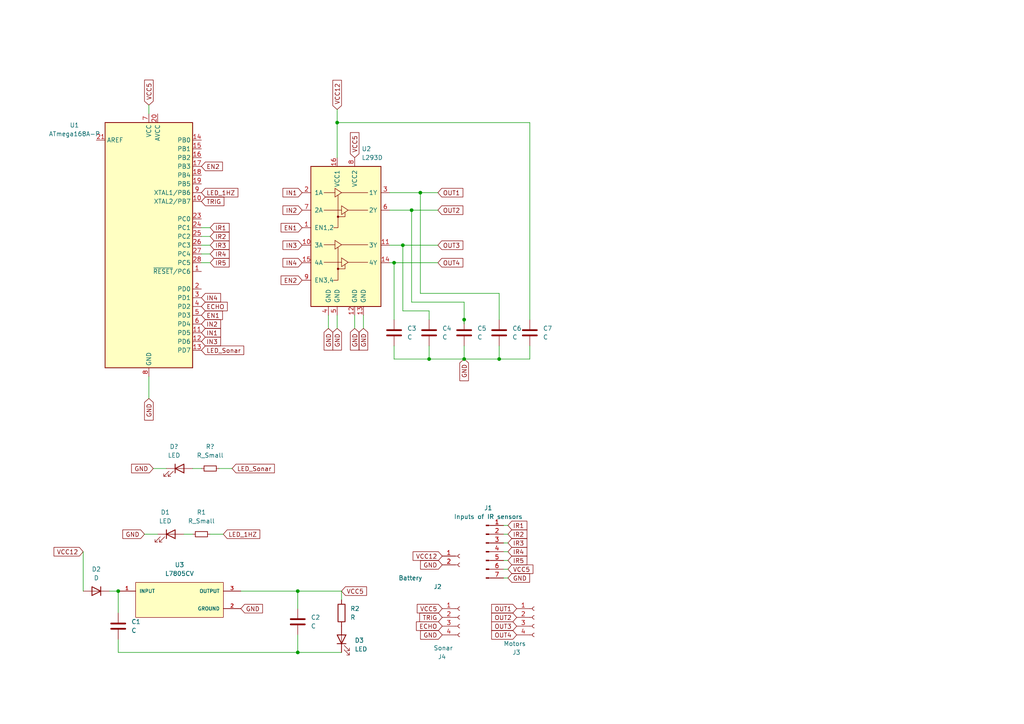
<source format=kicad_sch>
(kicad_sch (version 20211123) (generator eeschema)
  (paper "A4")
  (title_block (title "AGV_LineFollower") (date "22/01/2022") (company "ISEP/IPP") (comment 1 "LABSI 2022 Project") (comment 2 "Álvaro Lopes-Cardoso") (comment 3 "Fabien Lefebvre"))
  (lib_symbols
    (symbol "Connector:Conn_01x02_Female" (pin_names (offset 1.016) hide)
      (property "Reference" "J" (at 0 2.54 0))
      (property "Value" "Conn_01x02_Female" (at 0 -5.08 0))
      (symbol "Conn_01x02_Female_1_1"
        (arc (start 0 -2.032) (mid -0.508 -2.54) (end 0 -3.048) (stroke (width 0.1524)))
        (polyline (pts (xy -1.27 -2.54) (xy -0.508 -2.54)) (stroke (width 0.1524)))
        (polyline (pts (xy -1.27 0) (xy -0.508 0)) (stroke (width 0.1524)))
        (arc (start 0 0.508) (mid -0.508 0) (end 0 -0.508) (stroke (width 0.1524)))
        (pin passive line (at -5.08 0 0) (length 3.81) (name "Pin_1") (number "1"))
        (pin passive line (at -5.08 -2.54 0) (length 3.81) (name "Pin_2") (number "2"))
      )
    )
    (symbol "Connector:Conn_01x04_Female" (pin_names (offset 1.016) hide)
      (property "Reference" "J" (at 0 5.08 0))
      (property "Value" "Conn_01x04_Female" (at 0 -7.62 0))
      (symbol "Conn_01x04_Female_1_1"
        (arc (start 0 -4.572) (mid -0.508 -5.08) (end 0 -5.588) (stroke (width 0.1524)))
        (arc (start 0 -2.032) (mid -0.508 -2.54) (end 0 -3.048) (stroke (width 0.1524)))
        (polyline (pts (xy -1.27 -5.08) (xy -0.508 -5.08)) (stroke (width 0.1524)))
        (polyline (pts (xy -1.27 -2.54) (xy -0.508 -2.54)) (stroke (width 0.1524)))
        (polyline (pts (xy -1.27 0) (xy -0.508 0)) (stroke (width 0.1524)))
        (polyline (pts (xy -1.27 2.54) (xy -0.508 2.54)) (stroke (width 0.1524)))
        (arc (start 0 0.508) (mid -0.508 0) (end 0 -0.508) (stroke (width 0.1524)))
        (arc (start 0 3.048) (mid -0.508 2.54) (end 0 2.032) (stroke (width 0.1524)))
        (pin passive line (at -5.08 2.54 0) (length 3.81) (name "Pin_1") (number "1"))
        (pin passive line (at -5.08 0 0) (length 3.81) (name "Pin_2") (number "2"))
        (pin passive line (at -5.08 -2.54 0) (length 3.81) (name "Pin_3") (number "3"))
        (pin passive line (at -5.08 -5.08 0) (length 3.81) (name "Pin_4") (number "4"))
      )
    )
    (symbol "Connector:Conn_01x07_Male" (pin_names (offset 1.016) hide)
      (property "Reference" "J" (at 0 10.16 0))
      (property "Value" "Conn_01x07_Male" (at 0 -10.16 0))
      (symbol "Conn_01x07_Male_1_1"
        (polyline (pts (xy 1.27 -7.62) (xy 0.8636 -7.62)) (stroke (width 0.1524)))
        (polyline (pts (xy 1.27 -5.08) (xy 0.8636 -5.08)) (stroke (width 0.1524)))
        (polyline (pts (xy 1.27 -2.54) (xy 0.8636 -2.54)) (stroke (width 0.1524)))
        (polyline (pts (xy 1.27 0) (xy 0.8636 0)) (stroke (width 0.1524)))
        (polyline (pts (xy 1.27 2.54) (xy 0.8636 2.54)) (stroke (width 0.1524)))
        (polyline (pts (xy 1.27 5.08) (xy 0.8636 5.08)) (stroke (width 0.1524)))
        (polyline (pts (xy 1.27 7.62) (xy 0.8636 7.62)) (stroke (width 0.1524)))
        (rectangle (start 0.8636 -7.493) (end 0 -7.747) (stroke (width 0.1524)) (fill (type outline)))
        (rectangle (start 0.8636 -4.953) (end 0 -5.207) (stroke (width 0.1524)) (fill (type outline)))
        (rectangle (start 0.8636 -2.413) (end 0 -2.667) (stroke (width 0.1524)) (fill (type outline)))
        (rectangle (start 0.8636 0.127) (end 0 -0.127) (stroke (width 0.1524)) (fill (type outline)))
        (rectangle (start 0.8636 2.667) (end 0 2.413) (stroke (width 0.1524)) (fill (type outline)))
        (rectangle (start 0.8636 5.207) (end 0 4.953) (stroke (width 0.1524)) (fill (type outline)))
        (rectangle (start 0.8636 7.747) (end 0 7.493) (stroke (width 0.1524)) (fill (type outline)))
        (pin passive line (at 5.08 7.62 180) (length 3.81) (name "Pin_1") (number "1"))
        (pin passive line (at 5.08 5.08 180) (length 3.81) (name "Pin_2") (number "2"))
        (pin passive line (at 5.08 2.54 180) (length 3.81) (name "Pin_3") (number "3"))
        (pin passive line (at 5.08 0 180) (length 3.81) (name "Pin_4") (number "4"))
        (pin passive line (at 5.08 -2.54 180) (length 3.81) (name "Pin_5") (number "5"))
        (pin passive line (at 5.08 -5.08 180) (length 3.81) (name "Pin_6") (number "6"))
        (pin passive line (at 5.08 -7.62 180) (length 3.81) (name "Pin_7") (number "7"))
      )
    )
    (symbol "Device:C" (pin_numbers hide) (pin_names (offset 0.254))
      (property "Reference" "C" (at 0.635 2.54 0))
      (property "Value" "C" (at 0.635 -2.54 0))
      (symbol "C_0_1"
        (polyline (pts (xy -2.032 -0.762) (xy 2.032 -0.762)) (stroke (width 0.508)))
        (polyline (pts (xy -2.032 0.762) (xy 2.032 0.762)) (stroke (width 0.508)))
      )
      (symbol "C_1_1"
        (pin passive line (at 0 3.81 270) (length 2.794) (name "~") (number "1"))
        (pin passive line (at 0 -3.81 90) (length 2.794) (name "~") (number "2"))
      )
    )
    (symbol "Device:D" (pin_numbers hide) (pin_names (offset 1.016) hide)
      (property "Reference" "D" (at 0 2.54 0))
      (property "Value" "D" (at 0 -2.54 0))
      (symbol "D_0_1"
        (polyline (pts (xy -1.27 1.27) (xy -1.27 -1.27)) (stroke (width 0.254)))
        (polyline (pts (xy 1.27 0) (xy -1.27 0)))
        (polyline (pts (xy 1.27 1.27) (xy 1.27 -1.27) (xy -1.27 0) (xy 1.27 1.27)) (stroke (width 0.254)))
      )
      (symbol "D_1_1"
        (pin passive line (at -3.81 0 0) (length 2.54) (name "K") (number "1"))
        (pin passive line (at 3.81 0 180) (length 2.54) (name "A") (number "2"))
      )
    )
    (symbol "Device:LED" (pin_numbers hide) (pin_names (offset 1.016) hide)
      (property "Reference" "D" (at 0 2.54 0))
      (property "Value" "LED" (at 0 -2.54 0))
      (symbol "LED_0_1"
        (polyline (pts (xy -1.27 -1.27) (xy -1.27 1.27)) (stroke (width 0.254)))
        (polyline (pts (xy -1.27 0) (xy 1.27 0)))
        (polyline (pts (xy 1.27 -1.27) (xy 1.27 1.27) (xy -1.27 0) (xy 1.27 -1.27)) (stroke (width 0.254)))
        (polyline (pts (xy -3.048 -0.762) (xy -4.572 -2.286) (xy -3.81 -2.286) (xy -4.572 -2.286) (xy -4.572 -1.524)))
        (polyline (pts (xy -1.778 -0.762) (xy -3.302 -2.286) (xy -2.54 -2.286) (xy -3.302 -2.286) (xy -3.302 -1.524)))
      )
      (symbol "LED_1_1"
        (pin passive line (at -3.81 0 0) (length 2.54) (name "K") (number "1"))
        (pin passive line (at 3.81 0 180) (length 2.54) (name "A") (number "2"))
      )
    )
    (symbol "Device:R" (pin_numbers hide) (pin_names (offset 0))
      (property "Reference" "R" (at 2.032 0 90))
      (property "Value" "R" (at 0 0 90))
      (symbol "R_0_1"
        (rectangle (start -1.016 -2.54) (end 1.016 2.54) (stroke (width 0.254)))
      )
      (symbol "R_1_1"
        (pin passive line (at 0 3.81 270) (length 1.27) (name "~") (number "1"))
        (pin passive line (at 0 -3.81 90) (length 1.27) (name "~") (number "2"))
      )
    )
    (symbol "Device:R_Small" (pin_numbers hide) (pin_names (offset 0.254) hide)
      (property "Reference" "R" (at 0.762 0.508 0))
      (property "Value" "R_Small" (at 0.762 -1.016 0))
      (symbol "R_Small_0_1"
        (rectangle (start -0.762 1.778) (end 0.762 -1.778) (stroke (width 0.2032)))
      )
      (symbol "R_Small_1_1"
        (pin passive line (at 0 2.54 270) (length 0.762) (name "~") (number "1"))
        (pin passive line (at 0 -2.54 90) (length 0.762) (name "~") (number "2"))
      )
    )
    (symbol "Driver_Motor:L293D" (pin_names (offset 1.016))
      (property "Reference" "U" (at -5.08 26.035 0))
      (property "Value" "L293D" (at -5.08 24.13 0))
      (symbol "L293D_0_1"
        (rectangle (start -10.16 22.86) (end 10.16 -17.78) (stroke (width 0.254)) (fill (type background)))
        (circle (center -2.286 -6.858) (radius 0.254) (fill (type outline)))
        (circle (center -2.286 8.255) (radius 0.254) (fill (type outline)))
        (polyline (pts (xy -6.35 -4.953) (xy -1.27 -4.953)))
        (polyline (pts (xy -6.35 0.127) (xy -3.175 0.127)))
        (polyline (pts (xy -6.35 10.16) (xy -1.27 10.16)))
        (polyline (pts (xy -6.35 15.24) (xy -3.175 15.24)))
        (polyline (pts (xy -1.27 0.127) (xy 6.35 0.127)))
        (polyline (pts (xy -1.27 15.24) (xy 6.35 15.24)))
        (polyline (pts (xy 0.635 -4.953) (xy 6.35 -4.953)))
        (polyline (pts (xy 0.635 10.16) (xy 6.35 10.16)))
        (polyline (pts (xy -2.286 -6.858) (xy -0.254 -6.858) (xy -0.254 -5.588)))
        (polyline (pts (xy -2.286 -0.635) (xy -2.286 -10.16) (xy -3.556 -10.16)))
        (polyline (pts (xy -2.286 8.255) (xy -0.254 8.255) (xy -0.254 9.525)))
        (polyline (pts (xy -2.286 14.478) (xy -2.286 5.08) (xy -3.556 5.08)))
        (polyline (pts (xy -3.175 1.397) (xy -3.175 -1.143) (xy -1.27 0.127) (xy -3.175 1.397)))
        (polyline (pts (xy -3.175 16.51) (xy -3.175 13.97) (xy -1.27 15.24) (xy -3.175 16.51)))
        (polyline (pts (xy -1.27 -3.683) (xy -1.27 -6.223) (xy 0.635 -4.953) (xy -1.27 -3.683)))
        (polyline (pts (xy -1.27 11.43) (xy -1.27 8.89) (xy 0.635 10.16) (xy -1.27 11.43)))
      )
      (symbol "L293D_1_1"
        (pin input line (at -12.7 5.08 0) (length 2.54) (name "EN1,2") (number "1"))
        (pin input line (at -12.7 0 0) (length 2.54) (name "3A") (number "10"))
        (pin output line (at 12.7 0 180) (length 2.54) (name "3Y") (number "11"))
        (pin power_in line (at 2.54 -20.32 90) (length 2.54) (name "GND") (number "12"))
        (pin power_in line (at 5.08 -20.32 90) (length 2.54) (name "GND") (number "13"))
        (pin output line (at 12.7 -5.08 180) (length 2.54) (name "4Y") (number "14"))
        (pin input line (at -12.7 -5.08 0) (length 2.54) (name "4A") (number "15"))
        (pin power_in line (at -2.54 25.4 270) (length 2.54) (name "VCC1") (number "16"))
        (pin input line (at -12.7 15.24 0) (length 2.54) (name "1A") (number "2"))
        (pin output line (at 12.7 15.24 180) (length 2.54) (name "1Y") (number "3"))
        (pin power_in line (at -5.08 -20.32 90) (length 2.54) (name "GND") (number "4"))
        (pin power_in line (at -2.54 -20.32 90) (length 2.54) (name "GND") (number "5"))
        (pin output line (at 12.7 10.16 180) (length 2.54) (name "2Y") (number "6"))
        (pin input line (at -12.7 10.16 0) (length 2.54) (name "2A") (number "7"))
        (pin power_in line (at 2.54 25.4 270) (length 2.54) (name "VCC2") (number "8"))
        (pin input line (at -12.7 -10.16 0) (length 2.54) (name "EN3,4") (number "9"))
      )
    )
    (symbol "L7805CV:L7805CV" (pin_names (offset 1.016))
      (property "Reference" "U" (at -12.7 5.842 0))
      (property "Value" "L7805CV" (at -12.7 -7.62 0))
      (symbol "L7805CV_0_0"
        (rectangle (start -12.7 -5.08) (end 12.7 5.08) (stroke (width 0.1524)) (fill (type background)))
        (pin input line (at -17.78 2.54 0) (length 5.08) (name "INPUT") (number "1"))
        (pin power_in line (at 17.78 -2.54 180) (length 5.08) (name "GROUND") (number "2"))
        (pin output line (at 17.78 2.54 180) (length 5.08) (name "OUTPUT") (number "3"))
      )
    )
    (symbol "MCU_Microchip_ATmega:ATmega168A-P"
      (property "Reference" "U" (at -12.7 36.83 0))
      (property "Value" "ATmega168A-P" (at 2.54 -36.83 0))
      (symbol "ATmega168A-P_0_1"
        (rectangle (start -12.7 -35.56) (end 12.7 35.56) (stroke (width 0.254)) (fill (type background)))
      )
      (symbol "ATmega168A-P_1_1"
        (pin bidirectional line (at 15.24 -7.62 180) (length 2.54) (name "~{RESET}/PC6") (number "1"))
        (pin bidirectional line (at 15.24 12.7 180) (length 2.54) (name "XTAL2/PB7") (number "10"))
        (pin bidirectional line (at 15.24 -25.4 180) (length 2.54) (name "PD5") (number "11"))
        (pin bidirectional line (at 15.24 -27.94 180) (length 2.54) (name "PD6") (number "12"))
        (pin bidirectional line (at 15.24 -30.48 180) (length 2.54) (name "PD7") (number "13"))
        (pin bidirectional line (at 15.24 30.48 180) (length 2.54) (name "PB0") (number "14"))
        (pin bidirectional line (at 15.24 27.94 180) (length 2.54) (name "PB1") (number "15"))
        (pin bidirectional line (at 15.24 25.4 180) (length 2.54) (name "PB2") (number "16"))
        (pin bidirectional line (at 15.24 22.86 180) (length 2.54) (name "PB3") (number "17"))
        (pin bidirectional line (at 15.24 20.32 180) (length 2.54) (name "PB4") (number "18"))
        (pin bidirectional line (at 15.24 17.78 180) (length 2.54) (name "PB5") (number "19"))
        (pin bidirectional line (at 15.24 -12.7 180) (length 2.54) (name "PD0") (number "2"))
        (pin power_in line (at 2.54 38.1 270) (length 2.54) (name "AVCC") (number "20"))
        (pin passive line (at -15.24 30.48 0) (length 2.54) (name "AREF") (number "21"))
        (pin passive line (at 0 -38.1 90) (length 2.54) hide (name "GND") (number "22"))
        (pin bidirectional line (at 15.24 7.62 180) (length 2.54) (name "PC0") (number "23"))
        (pin bidirectional line (at 15.24 5.08 180) (length 2.54) (name "PC1") (number "24"))
        (pin bidirectional line (at 15.24 2.54 180) (length 2.54) (name "PC2") (number "25"))
        (pin bidirectional line (at 15.24 0 180) (length 2.54) (name "PC3") (number "26"))
        (pin bidirectional line (at 15.24 -2.54 180) (length 2.54) (name "PC4") (number "27"))
        (pin bidirectional line (at 15.24 -5.08 180) (length 2.54) (name "PC5") (number "28"))
        (pin bidirectional line (at 15.24 -15.24 180) (length 2.54) (name "PD1") (number "3"))
        (pin bidirectional line (at 15.24 -17.78 180) (length 2.54) (name "PD2") (number "4"))
        (pin bidirectional line (at 15.24 -20.32 180) (length 2.54) (name "PD3") (number "5"))
        (pin bidirectional line (at 15.24 -22.86 180) (length 2.54) (name "PD4") (number "6"))
        (pin power_in line (at 0 38.1 270) (length 2.54) (name "VCC") (number "7"))
        (pin power_in line (at 0 -38.1 90) (length 2.54) (name "GND") (number "8"))
        (pin bidirectional line (at 15.24 15.24 180) (length 2.54) (name "XTAL1/PB6") (number "9"))
      )
    )
  )
  (junction (at 144.78 104.14))
  (junction (at 114.3 76.2))
  (junction (at 121.92 55.88))
  (junction (at 97.79 35.56))
  (junction (at 124.46 104.14))
  (junction (at 34.29 171.45))
  (junction (at 86.36 189.23))
  (junction (at 119.38 60.96))
  (junction (at 134.62 92.71))
  (junction (at 116.84 71.12))
  (junction (at 86.36 171.45))
  (junction (at 134.62 104.14))
  (wire (pts (xy 144.78 100.33) (xy 144.78 104.14)))
  (wire (pts (xy 116.84 71.12) (xy 116.84 90.17)))
  (wire (pts (xy 144.78 104.14) (xy 153.67 104.14)))
  (wire (pts (xy 147.32 154.94) (xy 146.05 154.94)))
  (wire (pts (xy 121.92 85.09) (xy 121.92 55.88)))
  (wire (pts (xy 60.96 154.94) (xy 64.77 154.94)))
  (wire (pts (xy 114.3 76.2) (xy 127 76.2)))
  (wire (pts (xy 127 60.96) (xy 119.38 60.96)))
  (wire (pts (xy 147.32 160.02) (xy 146.05 160.02)))
  (wire (pts (xy 34.29 189.23) (xy 86.36 189.23)))
  (wire (pts (xy 34.29 189.23) (xy 34.29 185.42)))
  (wire (pts (xy 116.84 71.12) (xy 113.03 71.12)))
  (wire (pts (xy 55.88 135.89) (xy 58.42 135.89)))
  (wire (pts (xy 97.79 91.44) (xy 97.79 95.25)))
  (wire (pts (xy 60.96 73.66) (xy 58.42 73.66)))
  (wire (pts (xy 97.79 31.75) (xy 97.79 35.56)))
  (wire (pts (xy 134.62 92.71) (xy 134.62 87.63)))
  (wire (pts (xy 127 55.88) (xy 121.92 55.88)))
  (wire (pts (xy 144.78 92.71) (xy 144.78 85.09)))
  (wire (pts (xy 99.06 173.99) (xy 99.06 171.45)))
  (wire (pts (xy 134.62 100.33) (xy 134.62 104.14)))
  (wire (pts (xy 86.36 176.53) (xy 86.36 171.45)))
  (wire (pts (xy 153.67 92.71) (xy 153.67 35.56)))
  (wire (pts (xy 147.32 165.1) (xy 146.05 165.1)))
  (wire (pts (xy 121.92 55.88) (xy 113.03 55.88)))
  (wire (pts (xy 97.79 35.56) (xy 97.79 45.72)))
  (wire (pts (xy 24.13 160.02) (xy 24.13 171.45)))
  (wire (pts (xy 114.3 92.71) (xy 114.3 76.2)))
  (wire (pts (xy 147.32 152.4) (xy 146.05 152.4)))
  (wire (pts (xy 127 71.12) (xy 116.84 71.12)))
  (wire (pts (xy 95.25 91.44) (xy 95.25 95.25)))
  (wire (pts (xy 53.34 154.94) (xy 55.88 154.94)))
  (wire (pts (xy 44.45 135.89) (xy 48.26 135.89)))
  (wire (pts (xy 114.3 104.14) (xy 124.46 104.14)))
  (wire (pts (xy 113.03 76.2) (xy 114.3 76.2)))
  (wire (pts (xy 124.46 100.33) (xy 124.46 104.14)))
  (wire (pts (xy 43.18 109.22) (xy 43.18 115.57)))
  (wire (pts (xy 153.67 35.56) (xy 97.79 35.56)))
  (wire (pts (xy 124.46 104.14) (xy 134.62 104.14)))
  (wire (pts (xy 134.62 93.98) (xy 134.62 92.71)))
  (wire (pts (xy 41.91 154.94) (xy 45.72 154.94)))
  (wire (pts (xy 147.32 157.48) (xy 146.05 157.48)))
  (wire (pts (xy 134.62 104.14) (xy 144.78 104.14)))
  (wire (pts (xy 144.78 85.09) (xy 121.92 85.09)))
  (wire (pts (xy 105.41 95.25) (xy 105.41 91.44)))
  (wire (pts (xy 63.5 135.89) (xy 67.31 135.89)))
  (wire (pts (xy 99.06 189.23) (xy 86.36 189.23)))
  (wire (pts (xy 60.96 71.12) (xy 58.42 71.12)))
  (wire (pts (xy 43.18 33.02) (xy 43.18 30.48)))
  (wire (pts (xy 114.3 100.33) (xy 114.3 104.14)))
  (wire (pts (xy 119.38 87.63) (xy 119.38 60.96)))
  (wire (pts (xy 153.67 104.14) (xy 153.67 100.33)))
  (wire (pts (xy 102.87 91.44) (xy 102.87 95.25)))
  (wire (pts (xy 124.46 92.71) (xy 124.46 90.17)))
  (wire (pts (xy 99.06 171.45) (xy 86.36 171.45)))
  (wire (pts (xy 86.36 184.15) (xy 86.36 189.23)))
  (wire (pts (xy 147.32 167.64) (xy 146.05 167.64)))
  (wire (pts (xy 124.46 90.17) (xy 116.84 90.17)))
  (wire (pts (xy 34.29 171.45) (xy 34.29 177.8)))
  (wire (pts (xy 69.85 171.45) (xy 86.36 171.45)))
  (wire (pts (xy 60.96 76.2) (xy 58.42 76.2)))
  (wire (pts (xy 60.96 68.58) (xy 58.42 68.58)))
  (wire (pts (xy 60.96 66.04) (xy 58.42 66.04)))
  (wire (pts (xy 119.38 60.96) (xy 113.03 60.96)))
  (wire (pts (xy 147.32 162.56) (xy 146.05 162.56)))
  (wire (pts (xy 134.62 87.63) (xy 119.38 87.63)))
  (wire (pts (xy 31.75 171.45) (xy 34.29 171.45)))
  (global_label "IR2" (shape input) (at 60.96 68.58 0) (property "Intersheet References" "${INTERSHEET_REFS}" (effects hide)))
  (global_label "ECHO" (shape input) (at 58.42 88.9 0) (property "Intersheet References" "${INTERSHEET_REFS}" (effects hide)))
  (global_label "ECHO" (shape input) (at 128.27 181.61 180) (property "Intersheet References" "${INTERSHEET_REFS}" (effects hide)))
  (global_label "EN1" (shape input) (at 87.63 66.04 180) (property "Intersheet References" "${INTERSHEET_REFS}" (effects hide)))
  (global_label "IR4" (shape input) (at 147.32 160.02 0) (property "Intersheet References" "${INTERSHEET_REFS}" (effects hide)))
  (global_label "OUT2" (shape input) (at 149.86 179.07 180) (property "Intersheet References" "${INTERSHEET_REFS}" (effects hide)))
  (global_label "IR1" (shape input) (at 60.96 66.04 0) (property "Intersheet References" "${INTERSHEET_REFS}" (effects hide)))
  (global_label "GND" (shape input) (at 95.25 95.25 270) (property "Intersheet References" "${INTERSHEET_REFS}" (effects hide)))
  (global_label "OUT1" (shape input) (at 127 55.88 0) (property "Intersheet References" "${INTERSHEET_REFS}" (effects hide)))
  (global_label "IN2" (shape input) (at 87.63 60.96 180) (property "Intersheet References" "${INTERSHEET_REFS}" (effects hide)))
  (global_label "VCC5" (shape input) (at 43.18 30.48 90) (property "Intersheet References" "${INTERSHEET_REFS}" (effects hide)))
  (global_label "VCC5" (shape input) (at 147.32 165.1 0) (property "Intersheet References" "${INTERSHEET_REFS}" (effects hide)))
  (global_label "GND" (shape input) (at 44.45 135.89 180) (property "Intersheet References" "${INTERSHEET_REFS}" (effects hide)))
  (global_label "EN1" (shape input) (at 58.42 91.44 0) (property "Intersheet References" "${INTERSHEET_REFS}" (effects hide)))
  (global_label "TRIG" (shape input) (at 128.27 179.07 180) (property "Intersheet References" "${INTERSHEET_REFS}" (effects hide)))
  (global_label "VCC12" (shape input) (at 24.13 160.02 180) (property "Intersheet References" "${INTERSHEET_REFS}" (effects hide)))
  (global_label "VCC12" (shape input) (at 128.27 161.29 180) (property "Intersheet References" "${INTERSHEET_REFS}" (effects hide)))
  (global_label "IN1" (shape input) (at 87.63 55.88 180) (property "Intersheet References" "${INTERSHEET_REFS}" (effects hide)))
  (global_label "LED_Sonar" (shape input) (at 67.31 135.89 0) (property "Intersheet References" "${INTERSHEET_REFS}" (effects hide)))
  (global_label "GND" (shape input) (at 134.62 104.14 270) (property "Intersheet References" "${INTERSHEET_REFS}" (effects hide)))
  (global_label "IN4" (shape input) (at 87.63 76.2 180) (property "Intersheet References" "${INTERSHEET_REFS}" (effects hide)))
  (global_label "IN1" (shape input) (at 58.42 96.52 0) (property "Intersheet References" "${INTERSHEET_REFS}" (effects hide)))
  (global_label "OUT3" (shape input) (at 127 71.12 0) (property "Intersheet References" "${INTERSHEET_REFS}" (effects hide)))
  (global_label "GND" (shape input) (at 147.32 167.64 0) (property "Intersheet References" "${INTERSHEET_REFS}" (effects hide)))
  (global_label "IR1" (shape input) (at 147.32 152.4 0) (property "Intersheet References" "${INTERSHEET_REFS}" (effects hide)))
  (global_label "VCC12" (shape input) (at 97.79 31.75 90) (property "Intersheet References" "${INTERSHEET_REFS}" (effects hide)))
  (global_label "IR2" (shape input) (at 147.32 154.94 0) (property "Intersheet References" "${INTERSHEET_REFS}" (effects hide)))
  (global_label "OUT3" (shape input) (at 149.86 181.61 180) (property "Intersheet References" "${INTERSHEET_REFS}" (effects hide)))
  (global_label "IN3" (shape input) (at 87.63 71.12 180) (property "Intersheet References" "${INTERSHEET_REFS}" (effects hide)))
  (global_label "LED_1HZ" (shape input) (at 64.77 154.94 0) (property "Intersheet References" "${INTERSHEET_REFS}" (effects hide)))
  (global_label "OUT4" (shape input) (at 149.86 184.15 180) (property "Intersheet References" "${INTERSHEET_REFS}" (effects hide)))
  (global_label "GND" (shape input) (at 97.79 95.25 270) (property "Intersheet References" "${INTERSHEET_REFS}" (effects hide)))
  (global_label "IR3" (shape input) (at 60.96 71.12 0) (property "Intersheet References" "${INTERSHEET_REFS}" (effects hide)))
  (global_label "TRIG" (shape input) (at 58.42 58.42 0) (property "Intersheet References" "${INTERSHEET_REFS}" (effects hide)))
  (global_label "GND" (shape input) (at 128.27 184.15 180) (property "Intersheet References" "${INTERSHEET_REFS}" (effects hide)))
  (global_label "IR5" (shape input) (at 147.32 162.56 0) (property "Intersheet References" "${INTERSHEET_REFS}" (effects hide)))
  (global_label "VCC5" (shape input) (at 102.87 45.72 90) (property "Intersheet References" "${INTERSHEET_REFS}" (effects hide)))
  (global_label "EN2" (shape input) (at 58.42 48.26 0) (property "Intersheet References" "${INTERSHEET_REFS}" (effects hide)))
  (global_label "IN3" (shape input) (at 58.42 99.06 0) (property "Intersheet References" "${INTERSHEET_REFS}" (effects hide)))
  (global_label "LED_1HZ" (shape input) (at 58.42 55.88 0) (property "Intersheet References" "${INTERSHEET_REFS}" (effects hide)))
  (global_label "OUT4" (shape input) (at 127 76.2 0) (property "Intersheet References" "${INTERSHEET_REFS}" (effects hide)))
  (global_label "IR4" (shape input) (at 60.96 73.66 0) (property "Intersheet References" "${INTERSHEET_REFS}" (effects hide)))
  (global_label "EN2" (shape input) (at 87.63 81.28 180) (property "Intersheet References" "${INTERSHEET_REFS}" (effects hide)))
  (global_label "GND" (shape input) (at 43.18 115.57 270) (property "Intersheet References" "${INTERSHEET_REFS}" (effects hide)))
  (global_label "OUT2" (shape input) (at 127 60.96 0) (property "Intersheet References" "${INTERSHEET_REFS}" (effects hide)))
  (global_label "GND" (shape input) (at 69.85 176.53 0) (property "Intersheet References" "${INTERSHEET_REFS}" (effects hide)))
  (global_label "GND" (shape input) (at 105.41 95.25 270) (property "Intersheet References" "${INTERSHEET_REFS}" (effects hide)))
  (global_label "OUT1" (shape input) (at 149.86 176.53 180) (property "Intersheet References" "${INTERSHEET_REFS}" (effects hide)))
  (global_label "VCC5" (shape input) (at 128.27 176.53 180) (property "Intersheet References" "${INTERSHEET_REFS}" (effects hide)))
  (global_label "GND" (shape input) (at 128.27 163.83 180) (property "Intersheet References" "${INTERSHEET_REFS}" (effects hide)))
  (global_label "GND" (shape input) (at 102.87 95.25 270) (property "Intersheet References" "${INTERSHEET_REFS}" (effects hide)))
  (global_label "VCC5" (shape input) (at 99.06 171.45 0) (property "Intersheet References" "${INTERSHEET_REFS}" (effects hide)))
  (global_label "LED_Sonar" (shape input) (at 58.42 101.6 0) (property "Intersheet References" "${INTERSHEET_REFS}" (effects hide)))
  (global_label "IN4" (shape input) (at 58.42 86.36 0) (property "Intersheet References" "${INTERSHEET_REFS}" (effects hide)))
  (global_label "IR5" (shape input) (at 60.96 76.2 0) (property "Intersheet References" "${INTERSHEET_REFS}" (effects hide)))
  (global_label "IN2" (shape input) (at 58.42 93.98 0) (property "Intersheet References" "${INTERSHEET_REFS}" (effects hide)))
  (global_label "GND" (shape input) (at 41.91 154.94 180) (property "Intersheet References" "${INTERSHEET_REFS}" (effects hide)))
  (global_label "IR3" (shape input) (at 147.32 157.48 0) (property "Intersheet References" "${INTERSHEET_REFS}" (effects hide)))
  (symbol (lib_id "Device:LED") (at 49.53 154.94 0) (unit 1)
    (property "Reference" "D1" (at 47.9425 148.59 0))
    (property "Value" "LED" (at 47.9425 151.13 0))
    (property "Footprint" "LED_THT:LED_D3.0mm" (effects hide))
  )
  (symbol (lib_id "Device:R_Small") (at 58.42 154.94 90) (unit 1)
    (property "Reference" "R1" (at 58.42 148.59 90))
    (property "Value" "R_Small" (at 58.42 151.13 90))
    (property "Footprint" "Library:RESAD700W45L350D185" (effects hide))
  )
  (symbol (lib_id "Device:R_Small") (at 60.96 135.89 90) (unit 1)
    (property "Reference" "R?" (at 60.96 129.54 90))
    (property "Value" "R_Small" (at 60.96 132.08 90))
    (property "Footprint" "Library:RESAD700W45L350D185" (effects hide))
  )
  (symbol (lib_id "Driver_Motor:L293D") (at 100.33 71.12 0) (unit 1)
    (property "Reference" "U2" (at 104.8894 43.18 0) (effects (justify left)))
    (property "Value" "L293D" (at 104.8894 45.72 0) (effects (justify left)))
    (property "Footprint" "Package_DIP:DIP-16_W7.62mm" (effects hide))
    (property "Datasheet" "http://www.ti.com/lit/ds/symlink/l293.pdf" (effects hide))
  )
  (symbol (lib_id "Device:R") (at 99.06 177.8 0) (unit 1)
    (property "Reference" "R2" (at 101.6 176.5299 0) (effects (justify left)))
    (property "Value" "R" (at 101.6 179.0699 0) (effects (justify left)))
    (property "Footprint" "Library:RESAD700W45L350D185" (effects hide))
  )
  (symbol (lib_id "Device:C") (at 114.3 96.52 0) (unit 1)
    (property "Reference" "C3" (at 118.11 95.2499 0) (effects (justify left)))
    (property "Value" "C" (at 118.11 97.7899 0) (effects (justify left)))
    (property "Footprint" "Capacitor_THT:C_Disc_D4.3mm_W1.9mm_P5.00mm" (effects hide))
  )
  (symbol (lib_id "Connector:Conn_01x02_Female") (at 133.35 161.29 0) (unit 1)
    (property "Reference" "J2" (at 125.73 170.18 0) (effects (justify left)))
    (property "Value" "Battery" (at 115.57 167.64 0) (effects (justify left)))
    (property "Footprint" "Connector_PinSocket_2.54mm:PinSocket_1x02_P2.54mm_Vertical" (effects hide))
  )
  (symbol (lib_id "Connector:Conn_01x04_Female") (at 133.35 179.07 0) (unit 1)
    (property "Reference" "J4" (at 127 190.5 0) (effects (justify left)))
    (property "Value" "Sonar" (at 125.73 187.96 0) (effects (justify left)))
    (property "Footprint" "Connector_PinSocket_2.54mm:PinSocket_1x04_P2.54mm_Vertical" (effects hide))
  )
  (symbol (lib_id "Device:C") (at 153.67 96.52 0) (unit 1)
    (property "Reference" "C7" (at 157.48 95.2499 0) (effects (justify left)))
    (property "Value" "C" (at 157.48 97.7899 0) (effects (justify left)))
    (property "Footprint" "Capacitor_THT:C_Disc_D4.3mm_W1.9mm_P5.00mm" (effects hide))
  )
  (symbol (lib_id "MCU_Microchip_ATmega:ATmega168A-P") (at 43.18 71.12 0) (unit 1)
    (property "Reference" "U1" (at 21.59 36.3093 0))
    (property "Value" "ATmega168A-P" (at 21.59 38.8493 0))
    (property "Footprint" "Package_DIP:DIP-28_W7.62mm" (effects hide))
    (property "Datasheet" "http://ww1.microchip.com/downloads/en/DeviceDoc/ATmega48A_88A_168A-Data-Sheet-40002007A.pdf" (effects hide))
  )
  (symbol (lib_id "Device:C") (at 134.62 96.52 0) (unit 1)
    (property "Reference" "C5" (at 138.43 95.2499 0) (effects (justify left)))
    (property "Value" "C" (at 138.43 97.7899 0) (effects (justify left)))
    (property "Footprint" "Capacitor_THT:C_Disc_D4.3mm_W1.9mm_P5.00mm" (effects hide))
  )
  (symbol (lib_id "L7805CV:L7805CV") (at 52.07 173.99 0) (unit 1)
    (property "Reference" "U3" (at 52.07 163.83 0))
    (property "Value" "L7805CV" (at 52.07 166.37 0))
    (property "Footprint" "Library:TO255P1040X460X1968-3" (effects hide))
    (property "STANDARD" "IPC-7351B" (effects hide))
    (property "PARTREV" "36" (effects hide))
    (property "MANUFACTURER" "STMicroelectronics" (effects hide))
  )
  (symbol (lib_id "Device:LED") (at 99.06 185.42 90) (unit 1)
    (property "Reference" "D3" (at 102.87 185.7374 90) (effects (justify right)))
    (property "Value" "LED" (at 102.87 188.2774 90) (effects (justify right)))
    (property "Footprint" "LED_THT:LED_D3.0mm" (effects hide))
  )
  (symbol (lib_id "Device:C") (at 144.78 96.52 0) (unit 1)
    (property "Reference" "C6" (at 148.59 95.2499 0) (effects (justify left)))
    (property "Value" "C" (at 148.59 97.7899 0) (effects (justify left)))
    (property "Footprint" "Capacitor_THT:C_Disc_D4.3mm_W1.9mm_P5.00mm" (effects hide))
  )
  (symbol (lib_id "Device:C") (at 124.46 96.52 0) (unit 1)
    (property "Reference" "C4" (at 128.27 95.2499 0) (effects (justify left)))
    (property "Value" "C" (at 128.27 97.7899 0) (effects (justify left)))
    (property "Footprint" "Capacitor_THT:C_Disc_D4.3mm_W1.9mm_P5.00mm" (effects hide))
  )
  (symbol (lib_id "Connector:Conn_01x07_Male") (at 140.97 160.02 0) (unit 1)
    (property "Reference" "J1" (at 141.605 147.32 0))
    (property "Value" "Inputs of IR sensors" (at 141.605 149.86 0))
    (property "Footprint" "Connector_PinHeader_2.54mm:PinHeader_1x07_P2.54mm_Vertical" (effects hide))
  )
  (symbol (lib_id "Device:C") (at 86.36 180.34 0) (unit 1)
    (property "Reference" "C2" (at 90.17 179.0699 0) (effects (justify left)))
    (property "Value" "C" (at 90.17 181.6099 0) (effects (justify left)))
    (property "Footprint" "Capacitor_THT:C_Disc_D4.3mm_W1.9mm_P5.00mm" (effects hide))
  )
  (symbol (lib_id "Connector:Conn_01x04_Female") (at 154.94 179.07 0) (unit 1)
    (property "Reference" "J3" (at 148.59 189.23 0) (effects (justify left)))
    (property "Value" "Motors" (at 146.05 186.69 0) (effects (justify left)))
    (property "Footprint" "Connector_PinSocket_2.54mm:PinSocket_1x04_P2.54mm_Vertical" (effects hide))
  )
  (symbol (lib_id "Device:C") (at 34.29 181.61 0) (unit 1)
    (property "Reference" "C1" (at 38.1 180.3399 0) (effects (justify left)))
    (property "Value" "C" (at 38.1 182.8799 0) (effects (justify left)))
    (property "Footprint" "Capacitor_THT:C_Disc_D4.3mm_W1.9mm_P5.00mm" (effects hide))
  )
  (symbol (lib_id "Device:LED") (at 52.07 135.89 0) (unit 1)
    (property "Reference" "D?" (at 50.4825 129.54 0))
    (property "Value" "LED" (at 50.4825 132.08 0))
    (property "Footprint" "LED_THT:LED_D3.0mm" (effects hide))
  )
  (symbol (lib_id "Device:D") (at 27.94 171.45 180) (unit 1)
    (property "Reference" "D2" (at 27.94 165.1 0))
    (property "Value" "D" (at 27.94 167.64 0))
    (property "Footprint" "Diode_THT:D_5W_P12.70mm_Horizontal" (effects hide))
  )
)
</source>
